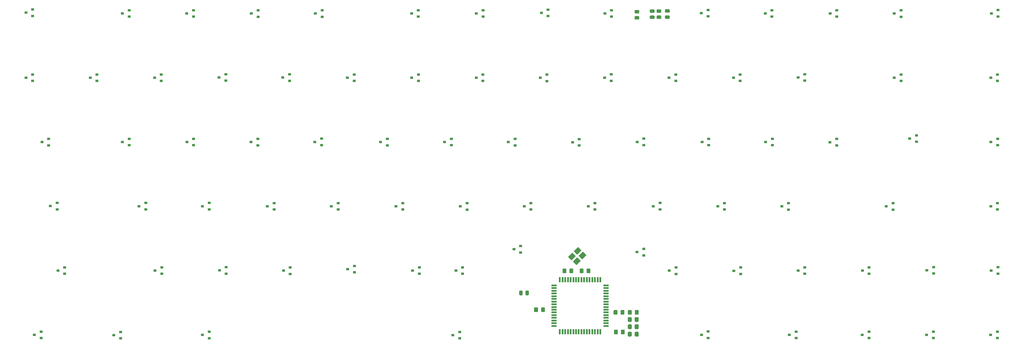
<source format=gbp>
G04 #@! TF.GenerationSoftware,KiCad,Pcbnew,(5.1.9)-1*
G04 #@! TF.CreationDate,2022-05-27T18:47:02+02:00*
G04 #@! TF.ProjectId,sofaboard,736f6661-626f-4617-9264-2e6b69636164,rev?*
G04 #@! TF.SameCoordinates,Original*
G04 #@! TF.FileFunction,Paste,Bot*
G04 #@! TF.FilePolarity,Positive*
%FSLAX46Y46*%
G04 Gerber Fmt 4.6, Leading zero omitted, Abs format (unit mm)*
G04 Created by KiCad (PCBNEW (5.1.9)-1) date 2022-05-27 18:47:02*
%MOMM*%
%LPD*%
G01*
G04 APERTURE LIST*
%ADD10C,0.100000*%
%ADD11R,0.900000X0.800000*%
%ADD12R,0.550000X1.500000*%
%ADD13R,1.500000X0.550000*%
G04 APERTURE END LIST*
G36*
G01*
X202440001Y109820000D02*
X201539999Y109820000D01*
G75*
G02*
X201290000Y110069999I0J249999D01*
G01*
X201290000Y110595001D01*
G75*
G02*
X201539999Y110845000I249999J0D01*
G01*
X202440001Y110845000D01*
G75*
G02*
X202690000Y110595001I0J-249999D01*
G01*
X202690000Y110069999D01*
G75*
G02*
X202440001Y109820000I-249999J0D01*
G01*
G37*
G36*
G01*
X202440001Y107995000D02*
X201539999Y107995000D01*
G75*
G02*
X201290000Y108244999I0J249999D01*
G01*
X201290000Y108770001D01*
G75*
G02*
X201539999Y109020000I249999J0D01*
G01*
X202440001Y109020000D01*
G75*
G02*
X202690000Y108770001I0J-249999D01*
G01*
X202690000Y108244999D01*
G75*
G02*
X202440001Y107995000I-249999J0D01*
G01*
G37*
G36*
G01*
X200430001Y109805000D02*
X199529999Y109805000D01*
G75*
G02*
X199280000Y110054999I0J249999D01*
G01*
X199280000Y110580001D01*
G75*
G02*
X199529999Y110830000I249999J0D01*
G01*
X200430001Y110830000D01*
G75*
G02*
X200680000Y110580001I0J-249999D01*
G01*
X200680000Y110054999D01*
G75*
G02*
X200430001Y109805000I-249999J0D01*
G01*
G37*
G36*
G01*
X200430001Y107980000D02*
X199529999Y107980000D01*
G75*
G02*
X199280000Y108229999I0J249999D01*
G01*
X199280000Y108755001D01*
G75*
G02*
X199529999Y109005000I249999J0D01*
G01*
X200430001Y109005000D01*
G75*
G02*
X200680000Y108755001I0J-249999D01*
G01*
X200680000Y108229999D01*
G75*
G02*
X200430001Y107980000I-249999J0D01*
G01*
G37*
G36*
G01*
X161628500Y27247001D02*
X161628500Y26346999D01*
G75*
G02*
X161378501Y26097000I-249999J0D01*
G01*
X160853499Y26097000D01*
G75*
G02*
X160603500Y26346999I0J249999D01*
G01*
X160603500Y27247001D01*
G75*
G02*
X160853499Y27497000I249999J0D01*
G01*
X161378501Y27497000D01*
G75*
G02*
X161628500Y27247001I0J-249999D01*
G01*
G37*
G36*
G01*
X163453500Y27247001D02*
X163453500Y26346999D01*
G75*
G02*
X163203501Y26097000I-249999J0D01*
G01*
X162678499Y26097000D01*
G75*
G02*
X162428500Y26346999I0J249999D01*
G01*
X162428500Y27247001D01*
G75*
G02*
X162678499Y27497000I249999J0D01*
G01*
X163203501Y27497000D01*
G75*
G02*
X163453500Y27247001I0J-249999D01*
G01*
G37*
G36*
G01*
X195903001Y109643500D02*
X195002999Y109643500D01*
G75*
G02*
X194753000Y109893499I0J249999D01*
G01*
X194753000Y110418501D01*
G75*
G02*
X195002999Y110668500I249999J0D01*
G01*
X195903001Y110668500D01*
G75*
G02*
X196153000Y110418501I0J-249999D01*
G01*
X196153000Y109893499D01*
G75*
G02*
X195903001Y109643500I-249999J0D01*
G01*
G37*
G36*
G01*
X195903001Y107818500D02*
X195002999Y107818500D01*
G75*
G02*
X194753000Y108068499I0J249999D01*
G01*
X194753000Y108593501D01*
G75*
G02*
X195002999Y108843500I249999J0D01*
G01*
X195903001Y108843500D01*
G75*
G02*
X196153000Y108593501I0J-249999D01*
G01*
X196153000Y108068499D01*
G75*
G02*
X195903001Y107818500I-249999J0D01*
G01*
G37*
G36*
G01*
X204920001Y109850500D02*
X204019999Y109850500D01*
G75*
G02*
X203770000Y110100499I0J249999D01*
G01*
X203770000Y110625501D01*
G75*
G02*
X204019999Y110875500I249999J0D01*
G01*
X204920001Y110875500D01*
G75*
G02*
X205170000Y110625501I0J-249999D01*
G01*
X205170000Y110100499D01*
G75*
G02*
X204920001Y109850500I-249999J0D01*
G01*
G37*
G36*
G01*
X204920001Y108025500D02*
X204019999Y108025500D01*
G75*
G02*
X203770000Y108275499I0J249999D01*
G01*
X203770000Y108800501D01*
G75*
G02*
X204019999Y109050500I249999J0D01*
G01*
X204920001Y109050500D01*
G75*
G02*
X205170000Y108800501I0J-249999D01*
G01*
X205170000Y108275499D01*
G75*
G02*
X204920001Y108025500I-249999J0D01*
G01*
G37*
D10*
G36*
X179430066Y39076226D02*
G01*
X180490726Y38015566D01*
X179217934Y36742774D01*
X178157274Y37803434D01*
X179430066Y39076226D01*
G37*
G36*
X177733010Y37379170D02*
G01*
X178793670Y36318510D01*
X177520878Y35045718D01*
X176460218Y36106378D01*
X177733010Y37379170D01*
G37*
G36*
X176318797Y38793383D02*
G01*
X177379457Y37732723D01*
X176106665Y36459931D01*
X175046005Y37520591D01*
X176318797Y38793383D01*
G37*
G36*
X178015853Y40490440D02*
G01*
X179076513Y39429780D01*
X177803721Y38156988D01*
X176743061Y39217648D01*
X178015853Y40490440D01*
G37*
D11*
X302200000Y15310000D03*
X302200000Y13410000D03*
X300200000Y14360000D03*
X283240000Y15320000D03*
X283240000Y13420000D03*
X281240000Y14370000D03*
X264190000Y15330000D03*
X264190000Y13430000D03*
X262190000Y14380000D03*
X242600000Y15350000D03*
X242600000Y13450000D03*
X240600000Y14400000D03*
X216590000Y15370000D03*
X216590000Y13470000D03*
X214590000Y14420000D03*
X142970000Y15240000D03*
X142970000Y13340000D03*
X140970000Y14290000D03*
X68790000Y15290000D03*
X68790000Y13390000D03*
X66790000Y14340000D03*
X42540000Y15240000D03*
X42540000Y13340000D03*
X40540000Y14290000D03*
X18990000Y15310000D03*
X18990000Y13410000D03*
X16990000Y14360000D03*
X302410000Y34410000D03*
X302410000Y32510000D03*
X300410000Y33460000D03*
X283330000Y34460000D03*
X283330000Y32560000D03*
X281330000Y33510000D03*
X264250000Y34380000D03*
X264250000Y32480000D03*
X262250000Y33430000D03*
X245190000Y34380000D03*
X245190000Y32480000D03*
X243190000Y33430000D03*
X226200000Y34320000D03*
X226200000Y32420000D03*
X224200000Y33370000D03*
X207070000Y34340000D03*
X207070000Y32440000D03*
X205070000Y33390000D03*
X197500000Y39850000D03*
X197500000Y37950000D03*
X195500000Y38900000D03*
X161020000Y40700000D03*
X161020000Y38800000D03*
X159020000Y39750000D03*
X143850000Y34360000D03*
X143850000Y32460000D03*
X141850000Y33410000D03*
X131020000Y34370000D03*
X131020000Y32470000D03*
X129020000Y33420000D03*
X111820000Y34780000D03*
X111820000Y32880000D03*
X109820000Y33830000D03*
X92790000Y34350000D03*
X92790000Y32450000D03*
X90790000Y33400000D03*
X73820000Y34430000D03*
X73820000Y32530000D03*
X71820000Y33480000D03*
X54760000Y34360000D03*
X54760000Y32460000D03*
X52760000Y33410000D03*
X25980000Y34380000D03*
X25980000Y32480000D03*
X23980000Y33430000D03*
X302260000Y53420000D03*
X302260000Y51520000D03*
X300260000Y52470000D03*
X271310000Y53390000D03*
X271310000Y51490000D03*
X269310000Y52440000D03*
X240350000Y53390000D03*
X240350000Y51490000D03*
X238350000Y52440000D03*
X221400000Y53410000D03*
X221400000Y51510000D03*
X219400000Y52460000D03*
X202320000Y53470000D03*
X202320000Y51570000D03*
X200320000Y52520000D03*
X183060000Y53410000D03*
X183060000Y51510000D03*
X181060000Y52460000D03*
X164070000Y53430000D03*
X164070000Y51530000D03*
X162070000Y52480000D03*
X145170000Y53400000D03*
X145170000Y51500000D03*
X143170000Y52450000D03*
X126120000Y53450000D03*
X126120000Y51550000D03*
X124120000Y52500000D03*
X106980000Y53420000D03*
X106980000Y51520000D03*
X104980000Y52470000D03*
X87990000Y53430000D03*
X87990000Y51530000D03*
X85990000Y52480000D03*
X68780000Y53460000D03*
X68780000Y51560000D03*
X66780000Y52510000D03*
X49990000Y53460000D03*
X49990000Y51560000D03*
X47990000Y52510000D03*
X23760000Y53480000D03*
X23760000Y51580000D03*
X21760000Y52530000D03*
X302320000Y72490000D03*
X302320000Y70590000D03*
X300320000Y71540000D03*
X278260000Y73480000D03*
X278260000Y71580000D03*
X276260000Y72530000D03*
X254630000Y72430000D03*
X254630000Y70530000D03*
X252630000Y71480000D03*
X235590000Y72470000D03*
X235590000Y70570000D03*
X233590000Y71520000D03*
X216740000Y72460000D03*
X216740000Y70560000D03*
X214740000Y71510000D03*
X197540000Y72510000D03*
X197540000Y70610000D03*
X195540000Y71560000D03*
X178400000Y72410000D03*
X178400000Y70510000D03*
X176400000Y71460000D03*
X159400000Y72450000D03*
X159400000Y70550000D03*
X157400000Y71500000D03*
X140510000Y72470000D03*
X140510000Y70570000D03*
X138510000Y71520000D03*
X121540000Y72440000D03*
X121540000Y70540000D03*
X119540000Y71490000D03*
X102080000Y72510000D03*
X102080000Y70610000D03*
X100080000Y71560000D03*
X83190000Y72440000D03*
X83190000Y70540000D03*
X81190000Y71490000D03*
X64180000Y72460000D03*
X64180000Y70560000D03*
X62180000Y71510000D03*
X45070000Y72500000D03*
X45070000Y70600000D03*
X43070000Y71550000D03*
X21260000Y72440000D03*
X21260000Y70540000D03*
X19260000Y71490000D03*
X302260000Y91530000D03*
X302260000Y89630000D03*
X300260000Y90580000D03*
X273690000Y91540000D03*
X273690000Y89640000D03*
X271690000Y90590000D03*
X245190000Y91590000D03*
X245190000Y89690000D03*
X243190000Y90640000D03*
X226070000Y91530000D03*
X226070000Y89630000D03*
X224070000Y90580000D03*
X206980000Y91520000D03*
X206980000Y89620000D03*
X204980000Y90570000D03*
X187860000Y91560000D03*
X187860000Y89660000D03*
X185860000Y90610000D03*
X168820000Y91500000D03*
X168820000Y89600000D03*
X166820000Y90550000D03*
X149870000Y91550000D03*
X149870000Y89650000D03*
X147870000Y90600000D03*
X130790000Y91540000D03*
X130790000Y89640000D03*
X128790000Y90590000D03*
X111710000Y91550000D03*
X111710000Y89650000D03*
X109710000Y90600000D03*
X92600000Y91580000D03*
X92600000Y89680000D03*
X90600000Y90630000D03*
X73690000Y91600000D03*
X73690000Y89700000D03*
X71690000Y90650000D03*
X54610000Y91510000D03*
X54610000Y89610000D03*
X52610000Y90560000D03*
X35570000Y91540000D03*
X35570000Y89640000D03*
X33570000Y90590000D03*
X16500000Y91550000D03*
X16500000Y89650000D03*
X14500000Y90600000D03*
X302440000Y110610000D03*
X302440000Y108710000D03*
X300440000Y109660000D03*
X273680000Y110550000D03*
X273680000Y108650000D03*
X271680000Y109600000D03*
X254680000Y110600000D03*
X254680000Y108700000D03*
X252680000Y109650000D03*
X235440000Y110570000D03*
X235440000Y108670000D03*
X233440000Y109620000D03*
X216550000Y110650000D03*
X216550000Y108750000D03*
X214550000Y109700000D03*
X187970000Y110600000D03*
X187970000Y108700000D03*
X185970000Y109650000D03*
X169160000Y110740000D03*
X169160000Y108840000D03*
X167160000Y109790000D03*
X149900000Y110590000D03*
X149900000Y108690000D03*
X147900000Y109640000D03*
X130730000Y110600000D03*
X130730000Y108700000D03*
X128730000Y109650000D03*
X102210000Y110550000D03*
X102210000Y108650000D03*
X100210000Y109600000D03*
X83250000Y110550000D03*
X83250000Y108650000D03*
X81250000Y109600000D03*
X64120000Y110600000D03*
X64120000Y108700000D03*
X62120000Y109650000D03*
X45080000Y110570000D03*
X45080000Y108670000D03*
X43080000Y109620000D03*
X16510000Y110790000D03*
X16510000Y108890000D03*
X14510000Y109840000D03*
G36*
G01*
X194810000Y18469999D02*
X194810000Y19370001D01*
G75*
G02*
X195059999Y19620000I249999J0D01*
G01*
X195710001Y19620000D01*
G75*
G02*
X195960000Y19370001I0J-249999D01*
G01*
X195960000Y18469999D01*
G75*
G02*
X195710001Y18220000I-249999J0D01*
G01*
X195059999Y18220000D01*
G75*
G02*
X194810000Y18469999I0J249999D01*
G01*
G37*
G36*
G01*
X192760000Y18469999D02*
X192760000Y19370001D01*
G75*
G02*
X193009999Y19620000I249999J0D01*
G01*
X193660001Y19620000D01*
G75*
G02*
X193910000Y19370001I0J-249999D01*
G01*
X193910000Y18469999D01*
G75*
G02*
X193660001Y18220000I-249999J0D01*
G01*
X193009999Y18220000D01*
G75*
G02*
X192760000Y18469999I0J249999D01*
G01*
G37*
G36*
G01*
X194830000Y16329999D02*
X194830000Y17230001D01*
G75*
G02*
X195079999Y17480000I249999J0D01*
G01*
X195730001Y17480000D01*
G75*
G02*
X195980000Y17230001I0J-249999D01*
G01*
X195980000Y16329999D01*
G75*
G02*
X195730001Y16080000I-249999J0D01*
G01*
X195079999Y16080000D01*
G75*
G02*
X194830000Y16329999I0J249999D01*
G01*
G37*
G36*
G01*
X192780000Y16329999D02*
X192780000Y17230001D01*
G75*
G02*
X193029999Y17480000I249999J0D01*
G01*
X193680001Y17480000D01*
G75*
G02*
X193930000Y17230001I0J-249999D01*
G01*
X193930000Y16329999D01*
G75*
G02*
X193680001Y16080000I-249999J0D01*
G01*
X193029999Y16080000D01*
G75*
G02*
X192780000Y16329999I0J249999D01*
G01*
G37*
G36*
G01*
X194835000Y20599999D02*
X194835000Y21500001D01*
G75*
G02*
X195084999Y21750000I249999J0D01*
G01*
X195735001Y21750000D01*
G75*
G02*
X195985000Y21500001I0J-249999D01*
G01*
X195985000Y20599999D01*
G75*
G02*
X195735001Y20350000I-249999J0D01*
G01*
X195084999Y20350000D01*
G75*
G02*
X194835000Y20599999I0J249999D01*
G01*
G37*
G36*
G01*
X192785000Y20599999D02*
X192785000Y21500001D01*
G75*
G02*
X193034999Y21750000I249999J0D01*
G01*
X193685001Y21750000D01*
G75*
G02*
X193935000Y21500001I0J-249999D01*
G01*
X193935000Y20599999D01*
G75*
G02*
X193685001Y20350000I-249999J0D01*
G01*
X193034999Y20350000D01*
G75*
G02*
X192785000Y20599999I0J249999D01*
G01*
G37*
G36*
G01*
X194815000Y14139999D02*
X194815000Y15040001D01*
G75*
G02*
X195064999Y15290000I249999J0D01*
G01*
X195715001Y15290000D01*
G75*
G02*
X195965000Y15040001I0J-249999D01*
G01*
X195965000Y14139999D01*
G75*
G02*
X195715001Y13890000I-249999J0D01*
G01*
X195064999Y13890000D01*
G75*
G02*
X194815000Y14139999I0J249999D01*
G01*
G37*
G36*
G01*
X192765000Y14139999D02*
X192765000Y15040001D01*
G75*
G02*
X193014999Y15290000I249999J0D01*
G01*
X193665001Y15290000D01*
G75*
G02*
X193915000Y15040001I0J-249999D01*
G01*
X193915000Y14139999D01*
G75*
G02*
X193665001Y13890000I-249999J0D01*
G01*
X193014999Y13890000D01*
G75*
G02*
X192765000Y14139999I0J249999D01*
G01*
G37*
D12*
X172630000Y15330000D03*
X173430000Y15330000D03*
X174230000Y15330000D03*
X175030000Y15330000D03*
X175830000Y15330000D03*
X176630000Y15330000D03*
X177430000Y15330000D03*
X178230000Y15330000D03*
X179030000Y15330000D03*
X179830000Y15330000D03*
X180630000Y15330000D03*
X181430000Y15330000D03*
X182230000Y15330000D03*
X183030000Y15330000D03*
X183830000Y15330000D03*
X184630000Y15330000D03*
D13*
X186330000Y17030000D03*
X186330000Y17830000D03*
X186330000Y18630000D03*
X186330000Y19430000D03*
X186330000Y20230000D03*
X186330000Y21030000D03*
X186330000Y21830000D03*
X186330000Y22630000D03*
X186330000Y23430000D03*
X186330000Y24230000D03*
X186330000Y25030000D03*
X186330000Y25830000D03*
X186330000Y26630000D03*
X186330000Y27430000D03*
X186330000Y28230000D03*
X186330000Y29030000D03*
D12*
X184630000Y30730000D03*
X183830000Y30730000D03*
X183030000Y30730000D03*
X182230000Y30730000D03*
X181430000Y30730000D03*
X180630000Y30730000D03*
X179830000Y30730000D03*
X179030000Y30730000D03*
X178230000Y30730000D03*
X177430000Y30730000D03*
X176630000Y30730000D03*
X175830000Y30730000D03*
X175030000Y30730000D03*
X174230000Y30730000D03*
X173430000Y30730000D03*
X172630000Y30730000D03*
D13*
X170930000Y29030000D03*
X170930000Y28230000D03*
X170930000Y27430000D03*
X170930000Y26630000D03*
X170930000Y25830000D03*
X170930000Y25030000D03*
X170930000Y24230000D03*
X170930000Y23430000D03*
X170930000Y22630000D03*
X170930000Y21830000D03*
X170930000Y21030000D03*
X170930000Y20230000D03*
X170930000Y19430000D03*
X170930000Y18630000D03*
X170930000Y17830000D03*
X170930000Y17030000D03*
G36*
G01*
X175469205Y32891788D02*
X175469205Y33791790D01*
G75*
G02*
X175719204Y34041789I249999J0D01*
G01*
X176369206Y34041789D01*
G75*
G02*
X176619205Y33791790I0J-249999D01*
G01*
X176619205Y32891788D01*
G75*
G02*
X176369206Y32641789I-249999J0D01*
G01*
X175719204Y32641789D01*
G75*
G02*
X175469205Y32891788I0J249999D01*
G01*
G37*
G36*
G01*
X173419205Y32891788D02*
X173419205Y33791790D01*
G75*
G02*
X173669204Y34041789I249999J0D01*
G01*
X174319206Y34041789D01*
G75*
G02*
X174569205Y33791790I0J-249999D01*
G01*
X174569205Y32891788D01*
G75*
G02*
X174319206Y32641789I-249999J0D01*
G01*
X173669204Y32641789D01*
G75*
G02*
X173419205Y32891788I0J249999D01*
G01*
G37*
G36*
G01*
X166165000Y22280001D02*
X166165000Y21379999D01*
G75*
G02*
X165915001Y21130000I-249999J0D01*
G01*
X165264999Y21130000D01*
G75*
G02*
X165015000Y21379999I0J249999D01*
G01*
X165015000Y22280001D01*
G75*
G02*
X165264999Y22530000I249999J0D01*
G01*
X165915001Y22530000D01*
G75*
G02*
X166165000Y22280001I0J-249999D01*
G01*
G37*
G36*
G01*
X168215000Y22280001D02*
X168215000Y21379999D01*
G75*
G02*
X167965001Y21130000I-249999J0D01*
G01*
X167314999Y21130000D01*
G75*
G02*
X167065000Y21379999I0J249999D01*
G01*
X167065000Y22280001D01*
G75*
G02*
X167314999Y22530000I249999J0D01*
G01*
X167965001Y22530000D01*
G75*
G02*
X168215000Y22280001I0J-249999D01*
G01*
G37*
G36*
G01*
X190605000Y20599999D02*
X190605000Y21500001D01*
G75*
G02*
X190854999Y21750000I249999J0D01*
G01*
X191505001Y21750000D01*
G75*
G02*
X191755000Y21500001I0J-249999D01*
G01*
X191755000Y20599999D01*
G75*
G02*
X191505001Y20350000I-249999J0D01*
G01*
X190854999Y20350000D01*
G75*
G02*
X190605000Y20599999I0J249999D01*
G01*
G37*
G36*
G01*
X188555000Y20599999D02*
X188555000Y21500001D01*
G75*
G02*
X188804999Y21750000I249999J0D01*
G01*
X189455001Y21750000D01*
G75*
G02*
X189705000Y21500001I0J-249999D01*
G01*
X189705000Y20599999D01*
G75*
G02*
X189455001Y20350000I-249999J0D01*
G01*
X188804999Y20350000D01*
G75*
G02*
X188555000Y20599999I0J249999D01*
G01*
G37*
G36*
G01*
X179649205Y33791790D02*
X179649205Y32891788D01*
G75*
G02*
X179399206Y32641789I-249999J0D01*
G01*
X178749204Y32641789D01*
G75*
G02*
X178499205Y32891788I0J249999D01*
G01*
X178499205Y33791790D01*
G75*
G02*
X178749204Y34041789I249999J0D01*
G01*
X179399206Y34041789D01*
G75*
G02*
X179649205Y33791790I0J-249999D01*
G01*
G37*
G36*
G01*
X181699205Y33791790D02*
X181699205Y32891788D01*
G75*
G02*
X181449206Y32641789I-249999J0D01*
G01*
X180799204Y32641789D01*
G75*
G02*
X180549205Y32891788I0J249999D01*
G01*
X180549205Y33791790D01*
G75*
G02*
X180799204Y34041789I249999J0D01*
G01*
X181449206Y34041789D01*
G75*
G02*
X181699205Y33791790I0J-249999D01*
G01*
G37*
G36*
G01*
X190705000Y14789999D02*
X190705000Y15690001D01*
G75*
G02*
X190954999Y15940000I249999J0D01*
G01*
X191605001Y15940000D01*
G75*
G02*
X191855000Y15690001I0J-249999D01*
G01*
X191855000Y14789999D01*
G75*
G02*
X191605001Y14540000I-249999J0D01*
G01*
X190954999Y14540000D01*
G75*
G02*
X190705000Y14789999I0J249999D01*
G01*
G37*
G36*
G01*
X188655000Y14789999D02*
X188655000Y15690001D01*
G75*
G02*
X188904999Y15940000I249999J0D01*
G01*
X189555001Y15940000D01*
G75*
G02*
X189805000Y15690001I0J-249999D01*
G01*
X189805000Y14789999D01*
G75*
G02*
X189555001Y14540000I-249999J0D01*
G01*
X188904999Y14540000D01*
G75*
G02*
X188655000Y14789999I0J249999D01*
G01*
G37*
M02*

</source>
